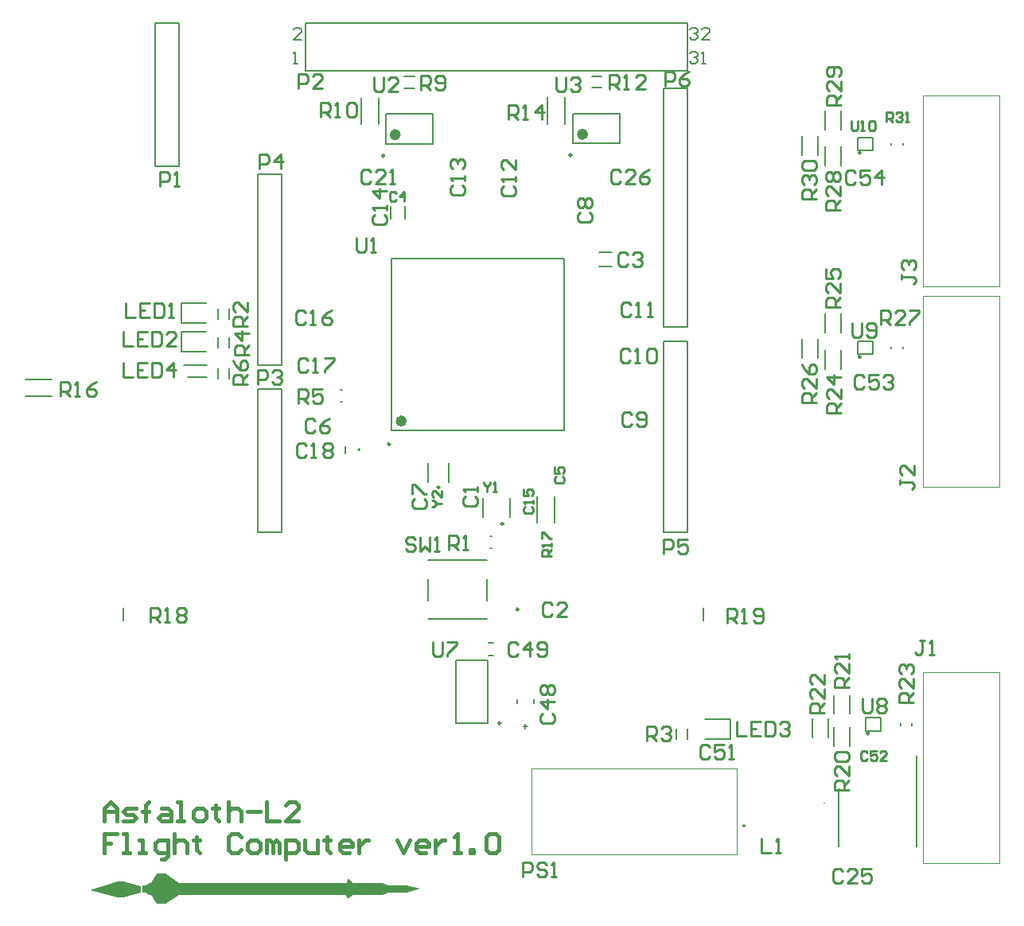
<source format=gto>
G04*
G04 #@! TF.GenerationSoftware,Altium Limited,Altium Designer,20.2.3 (150)*
G04*
G04 Layer_Color=65535*
%FSLAX25Y25*%
%MOIN*%
G70*
G04*
G04 #@! TF.SameCoordinates,12439D86-AE7D-45F5-80DB-552B17048F2A*
G04*
G04*
G04 #@! TF.FilePolarity,Positive*
G04*
G01*
G75*
%ADD10C,0.00984*%
%ADD11C,0.00787*%
%ADD12C,0.00394*%
%ADD13C,0.02362*%
%ADD14C,0.01500*%
%ADD15C,0.01000*%
%ADD16C,0.00800*%
G36*
X65350Y35700D02*
Y38300D01*
X58050Y40300D01*
X55650D01*
X44150Y36500D01*
X55650Y33500D01*
X58050D01*
X65350Y35700D01*
D02*
G37*
G36*
X182300Y37100D02*
X176900Y38600D01*
X169200D01*
X166700Y39500D01*
X154300D01*
X152700Y41100D01*
X152000D01*
X151644Y39500D01*
X81300D01*
X75800Y43500D01*
X72000D01*
X69900Y39500D01*
X69200D01*
X67600Y38500D01*
X66000D01*
X66000Y35600D01*
X67600D01*
X69200Y34700D01*
X69900D01*
X72000Y30800D01*
X75800D01*
X81300Y34700D01*
X151600D01*
X151900Y33200D01*
X152500D01*
X154300Y34700D01*
X166700D01*
X169200Y35600D01*
X176900D01*
X182300Y37100D01*
D02*
G37*
D10*
X216206Y106614D02*
G03*
X216206Y106614I-492J0D01*
G01*
X367117Y260107D02*
G03*
X367117Y260107I-492J0D01*
G01*
X370443Y102307D02*
G03*
X370443Y102307I-492J0D01*
G01*
X367117Y345607D02*
G03*
X367117Y345607I-492J0D01*
G01*
X217317Y190063D02*
G03*
X217317Y190063I-492J0D01*
G01*
X245947Y344578D02*
G03*
X245947Y344578I-492J0D01*
G01*
X169903Y223500D02*
G03*
X169903Y223500I-492J0D01*
G01*
X167447Y344378D02*
G03*
X167447Y344378I-492J0D01*
G01*
X190592Y205398D02*
G03*
X190592Y205398I-492J0D01*
G01*
X223691Y154232D02*
G03*
X223691Y154232I-492J0D01*
G01*
D11*
X318124Y64000D02*
G03*
X318124Y63213I0J-394D01*
G01*
D02*
G03*
X318124Y64000I0J394D01*
G01*
X156905Y221493D02*
G03*
X156905Y220706I0J-394D01*
G01*
D02*
G03*
X156905Y221493I0J394D01*
G01*
X134400Y380000D02*
X294400D01*
X134400Y400000D02*
X294400D01*
X134400Y380000D02*
Y400000D01*
X294400Y380000D02*
Y400000D01*
X352153Y355139D02*
Y363061D01*
X358846Y355139D02*
Y363061D01*
X384661Y348806D02*
Y349594D01*
X379739Y348806D02*
Y349594D01*
X384861Y263406D02*
Y264194D01*
X379939Y263406D02*
Y264194D01*
X388561Y105638D02*
Y106425D01*
X383639Y105638D02*
Y106425D01*
X225616Y105185D02*
X227584D01*
X226600Y104201D02*
Y106169D01*
X223057Y114732D02*
Y116504D01*
X230143Y114732D02*
Y116504D01*
X197407Y132795D02*
X210793D01*
X197407Y106417D02*
X210793D01*
X197407D02*
Y132795D01*
X210793Y106417D02*
Y132795D01*
X352153Y340339D02*
Y348261D01*
X358846Y340339D02*
Y348261D01*
X342553Y344539D02*
Y352461D01*
X349247Y344539D02*
Y352461D01*
X365750Y261068D02*
X372225D01*
Y266532D01*
X365750D02*
X372225D01*
X365750Y261068D02*
Y266532D01*
X352153Y270339D02*
Y278261D01*
X358846Y270339D02*
Y278261D01*
X342553Y259539D02*
Y267461D01*
X349247Y259539D02*
Y267461D01*
X352153Y254839D02*
Y262761D01*
X358846Y254839D02*
Y262761D01*
X357761Y54768D02*
Y79276D01*
X390439Y54768D02*
Y92957D01*
X294561Y99951D02*
Y104085D01*
X289639Y99951D02*
Y104085D01*
X355753Y110439D02*
Y118361D01*
X362446Y110439D02*
Y118361D01*
X346754Y100539D02*
Y108461D01*
X353447Y100539D02*
Y108461D01*
X355753Y97039D02*
Y104961D01*
X362446Y97039D02*
Y104961D01*
X301860Y99866D02*
X312490D01*
Y108134D01*
X301860D02*
X312490D01*
X369075Y103268D02*
X375550D01*
Y108732D01*
X369075D02*
X375550D01*
X369075Y103268D02*
Y108732D01*
X365750Y346568D02*
X372225D01*
Y352032D01*
X365750D02*
X372225D01*
X365750Y346568D02*
Y352032D01*
X219994Y192886D02*
Y200957D01*
X208852Y192917D02*
Y200988D01*
X211814Y184961D02*
X212386D01*
X211814Y180039D02*
X212386D01*
X58100Y149544D02*
Y155056D01*
X301196Y149443D02*
Y154955D01*
X211214Y140256D02*
X212986D01*
X211214Y134744D02*
X212986D01*
X266243Y349401D02*
Y361999D01*
X246557Y349401D02*
Y361999D01*
X266243D01*
X246557Y349401D02*
X266243D01*
X235833Y357664D02*
Y368736D01*
X242967Y357664D02*
Y368736D01*
X254333Y372739D02*
X258467D01*
X254333Y377661D02*
X258467D01*
X124600Y256500D02*
Y336500D01*
X114600D02*
X124600D01*
X114600Y256500D02*
Y336500D01*
Y256500D02*
X124600D01*
X242639Y229209D02*
X242639Y301256D01*
X170592Y229209D02*
Y301256D01*
X242639D01*
X170592Y229209D02*
X242639Y229209D01*
X238667Y190564D02*
Y201636D01*
X231533Y190564D02*
Y201636D01*
X97639Y250933D02*
Y255067D01*
X102561Y250933D02*
Y255067D01*
X97639Y263933D02*
Y268067D01*
X102561Y263933D02*
Y268067D01*
X97639Y275933D02*
Y280067D01*
X102561Y275933D02*
Y280067D01*
X71600Y340000D02*
Y400000D01*
X81600Y340000D02*
Y400000D01*
X71600D02*
X81600D01*
X71600Y340000D02*
X81600D01*
X149214Y241239D02*
X149786D01*
X149214Y246161D02*
X149786D01*
X150999Y219524D02*
Y222674D01*
X85163Y251539D02*
X93037D01*
X83588Y256461D02*
X93037D01*
X82308Y262132D02*
X92938D01*
X82308D02*
Y270399D01*
X92938D01*
X82308Y274131D02*
X92938D01*
X82308D02*
Y282399D01*
X92938D01*
X284600Y372500D02*
X294600D01*
Y272500D02*
Y372500D01*
X284600Y272500D02*
X294600D01*
X284600D02*
Y280000D01*
Y372500D01*
X175833Y377461D02*
X179967D01*
X175833Y372539D02*
X179967D01*
X168058Y349201D02*
X187742D01*
X168058Y361799D02*
X187742D01*
X168058Y349201D02*
Y361799D01*
X187742Y349201D02*
Y361799D01*
X164967Y357464D02*
Y368536D01*
X157833Y357464D02*
Y368536D01*
X176053Y317732D02*
Y323268D01*
X170147Y317732D02*
Y323268D01*
X284600Y186500D02*
Y266500D01*
Y186500D02*
X294600D01*
Y266500D01*
X284600D02*
X294600D01*
X17064Y243433D02*
X28136D01*
X17064Y250567D02*
X28136D01*
X185868Y207465D02*
Y215535D01*
X194332Y207465D02*
Y215535D01*
X257300Y298047D02*
X262837D01*
X257300Y303953D02*
X262837D01*
X114600Y186500D02*
X124600D01*
X114600Y246500D02*
X124600D01*
Y186500D02*
Y246500D01*
X114600Y186500D02*
Y246500D01*
X185698Y174902D02*
X210502D01*
X185698Y157795D02*
Y167047D01*
Y150098D02*
X210502D01*
Y157795D02*
Y167047D01*
D12*
X351698Y73000D02*
G03*
X352092Y73000I197J0D01*
G01*
D02*
G03*
X351698Y73000I-197J0D01*
G01*
X392958Y289500D02*
X425242D01*
Y369500D01*
X392958D02*
X425242D01*
X392958Y289500D02*
Y369500D01*
Y205500D02*
X425242D01*
Y285500D01*
X392958D02*
X425242D01*
X392958Y205500D02*
Y285500D01*
X315013Y51402D02*
Y87622D01*
X229187D02*
X315013D01*
X229187Y51402D02*
Y87622D01*
Y51402D02*
X315013D01*
X392958Y48000D02*
X425242D01*
Y128000D01*
X392958D02*
X425242D01*
X392958Y48000D02*
Y128000D01*
D13*
X251676Y353338D02*
G03*
X251676Y353338I-1181J0D01*
G01*
X175710Y233146D02*
G03*
X175710Y233146I-1181J0D01*
G01*
X173176Y353138D02*
G03*
X173176Y353138I-1181J0D01*
G01*
D14*
X50100Y65563D02*
Y70894D01*
X52766Y73560D01*
X55432Y70894D01*
Y65563D01*
Y69561D01*
X50100D01*
X58097Y65563D02*
X62096D01*
X63429Y66896D01*
X62096Y68229D01*
X59430D01*
X58097Y69561D01*
X59430Y70894D01*
X63429D01*
X67428Y65563D02*
Y72227D01*
Y69561D01*
X66095D01*
X68761D01*
X67428D01*
Y72227D01*
X68761Y73560D01*
X74092Y70894D02*
X76758D01*
X78091Y69561D01*
Y65563D01*
X74092D01*
X72759Y66896D01*
X74092Y68229D01*
X78091D01*
X80757Y65563D02*
X83422D01*
X82090D01*
Y73560D01*
X80757D01*
X88754Y65563D02*
X91420D01*
X92753Y66896D01*
Y69561D01*
X91420Y70894D01*
X88754D01*
X87421Y69561D01*
Y66896D01*
X88754Y65563D01*
X96752Y72227D02*
Y70894D01*
X95419D01*
X98084D01*
X96752D01*
Y66896D01*
X98084Y65563D01*
X102083Y73560D02*
Y65563D01*
Y69561D01*
X103416Y70894D01*
X106082D01*
X107415Y69561D01*
Y65563D01*
X110081Y69561D02*
X115412D01*
X118078Y73560D02*
Y65563D01*
X123410D01*
X131407D02*
X126075D01*
X131407Y70894D01*
Y72227D01*
X130074Y73560D01*
X127408D01*
X126075Y72227D01*
X55432Y60363D02*
X50100D01*
Y56365D01*
X52766D01*
X50100D01*
Y52366D01*
X58097D02*
X60763D01*
X59430D01*
Y60363D01*
X58097D01*
X64762Y52366D02*
X67428D01*
X66095D01*
Y57697D01*
X64762D01*
X74092Y49700D02*
X75425D01*
X76758Y51033D01*
Y57697D01*
X72759D01*
X71426Y56365D01*
Y53699D01*
X72759Y52366D01*
X76758D01*
X79424Y60363D02*
Y52366D01*
Y56365D01*
X80757Y57697D01*
X83423D01*
X84755Y56365D01*
Y52366D01*
X88754Y59030D02*
Y57697D01*
X87421D01*
X90087D01*
X88754D01*
Y53699D01*
X90087Y52366D01*
X107415Y59030D02*
X106082Y60363D01*
X103416D01*
X102083Y59030D01*
Y53699D01*
X103416Y52366D01*
X106082D01*
X107415Y53699D01*
X111414Y52366D02*
X114079D01*
X115412Y53699D01*
Y56365D01*
X114079Y57697D01*
X111414D01*
X110081Y56365D01*
Y53699D01*
X111414Y52366D01*
X118078D02*
Y57697D01*
X119411D01*
X120744Y56365D01*
Y52366D01*
Y56365D01*
X122077Y57697D01*
X123410Y56365D01*
Y52366D01*
X126075Y49700D02*
Y57697D01*
X130074D01*
X131407Y56365D01*
Y53699D01*
X130074Y52366D01*
X126075D01*
X134073Y57697D02*
Y53699D01*
X135406Y52366D01*
X139404D01*
Y57697D01*
X143403Y59030D02*
Y57697D01*
X142070D01*
X144736D01*
X143403D01*
Y53699D01*
X144736Y52366D01*
X152733D02*
X150068D01*
X148735Y53699D01*
Y56365D01*
X150068Y57697D01*
X152733D01*
X154066Y56365D01*
Y55032D01*
X148735D01*
X156732Y57697D02*
Y52366D01*
Y55032D01*
X158065Y56365D01*
X159398Y57697D01*
X160731D01*
X172727D02*
X175393Y52366D01*
X178059Y57697D01*
X184723Y52366D02*
X182057D01*
X180724Y53699D01*
Y56365D01*
X182057Y57697D01*
X184723D01*
X186056Y56365D01*
Y55032D01*
X180724D01*
X188722Y57697D02*
Y52366D01*
Y55032D01*
X190055Y56365D01*
X191388Y57697D01*
X192720D01*
X196719Y52366D02*
X199385D01*
X198052D01*
Y60363D01*
X196719Y59030D01*
X203384Y52366D02*
Y53699D01*
X204717D01*
Y52366D01*
X203384D01*
X210048Y59030D02*
X211381Y60363D01*
X214047D01*
X215380Y59030D01*
Y53699D01*
X214047Y52366D01*
X211381D01*
X210048Y53699D01*
Y59030D01*
D15*
X140902Y360501D02*
Y366499D01*
X143902D01*
X144901Y365499D01*
Y363500D01*
X143902Y362500D01*
X140902D01*
X142902D02*
X144901Y360501D01*
X146900D02*
X148900D01*
X147900D01*
Y366499D01*
X146900Y365499D01*
X151899D02*
X152899Y366499D01*
X154898D01*
X155898Y365499D01*
Y361501D01*
X154898Y360501D01*
X152899D01*
X151899Y361501D01*
Y365499D01*
X131502Y372401D02*
Y378399D01*
X134501D01*
X135500Y377399D01*
Y375400D01*
X134501Y374400D01*
X131502D01*
X141498Y372401D02*
X137500D01*
X141498Y376400D01*
Y377399D01*
X140499Y378399D01*
X138499D01*
X137500Y377399D01*
X358699Y365503D02*
X352701D01*
Y368502D01*
X353701Y369501D01*
X355700D01*
X356700Y368502D01*
Y365503D01*
Y367502D02*
X358699Y369501D01*
Y375499D02*
Y371501D01*
X354700Y375499D01*
X353701D01*
X352701Y374500D01*
Y372500D01*
X353701Y371501D01*
X357699Y377499D02*
X358699Y378498D01*
Y380498D01*
X357699Y381497D01*
X353701D01*
X352701Y380498D01*
Y378498D01*
X353701Y377499D01*
X354700D01*
X355700Y378498D01*
Y381497D01*
X377735Y358701D02*
Y362699D01*
X379734D01*
X380401Y362033D01*
Y360700D01*
X379734Y360034D01*
X377735D01*
X379068D02*
X380401Y358701D01*
X381734Y362033D02*
X382400Y362699D01*
X383733D01*
X384399Y362033D01*
Y361366D01*
X383733Y360700D01*
X383066D01*
X383733D01*
X384399Y360034D01*
Y359367D01*
X383733Y358701D01*
X382400D01*
X381734Y359367D01*
X385732Y358701D02*
X387065D01*
X386399D01*
Y362699D01*
X385732Y362033D01*
X384201Y294500D02*
Y292501D01*
Y293501D01*
X389199D01*
X390199Y292501D01*
Y291501D01*
X389199Y290502D01*
X385201Y296500D02*
X384201Y297499D01*
Y299499D01*
X385201Y300498D01*
X386200D01*
X387200Y299499D01*
Y298499D01*
Y299499D01*
X388200Y300498D01*
X389199D01*
X390199Y299499D01*
Y297499D01*
X389199Y296500D01*
X383601Y208700D02*
Y206701D01*
Y207701D01*
X388599D01*
X389599Y206701D01*
Y205701D01*
X388599Y204702D01*
X389599Y214698D02*
Y210700D01*
X385600Y214698D01*
X384601D01*
X383601Y213699D01*
Y211699D01*
X384601Y210700D01*
X375403Y273601D02*
Y279599D01*
X378402D01*
X379401Y278599D01*
Y276600D01*
X378402Y275600D01*
X375403D01*
X377402D02*
X379401Y273601D01*
X385399D02*
X381401D01*
X385399Y277600D01*
Y278599D01*
X384400Y279599D01*
X382400D01*
X381401Y278599D01*
X387399Y279599D02*
X391397D01*
Y278599D01*
X387399Y274601D01*
Y273601D01*
X368301Y251699D02*
X367302Y252699D01*
X365302D01*
X364303Y251699D01*
Y247701D01*
X365302Y246701D01*
X367302D01*
X368301Y247701D01*
X374299Y252699D02*
X370301D01*
Y249700D01*
X372300Y250700D01*
X373300D01*
X374299Y249700D01*
Y247701D01*
X373300Y246701D01*
X371300D01*
X370301Y247701D01*
X376299Y251699D02*
X377298Y252699D01*
X379298D01*
X380297Y251699D01*
Y250700D01*
X379298Y249700D01*
X378298D01*
X379298D01*
X380297Y248700D01*
Y247701D01*
X379298Y246701D01*
X377298D01*
X376299Y247701D01*
X388999Y115203D02*
X383001D01*
Y118202D01*
X384001Y119201D01*
X386000D01*
X387000Y118202D01*
Y115203D01*
Y117202D02*
X388999Y119201D01*
Y125199D02*
Y121201D01*
X385000Y125199D01*
X384001D01*
X383001Y124200D01*
Y122200D01*
X384001Y121201D01*
Y127199D02*
X383001Y128198D01*
Y130198D01*
X384001Y131197D01*
X385000D01*
X386000Y130198D01*
Y129198D01*
Y130198D01*
X387000Y131197D01*
X387999D01*
X388999Y130198D01*
Y128198D01*
X387999Y127199D01*
X362099Y78503D02*
X356101D01*
Y81502D01*
X357101Y82501D01*
X359100D01*
X360100Y81502D01*
Y78503D01*
Y80502D02*
X362099Y82501D01*
Y88499D02*
Y84501D01*
X358100Y88499D01*
X357101D01*
X356101Y87500D01*
Y85500D01*
X357101Y84501D01*
Y90499D02*
X356101Y91498D01*
Y93498D01*
X357101Y94497D01*
X361099D01*
X362099Y93498D01*
Y91498D01*
X361099Y90499D01*
X357101D01*
X233701Y110401D02*
X232701Y109402D01*
Y107402D01*
X233701Y106403D01*
X237699D01*
X238699Y107402D01*
Y109402D01*
X237699Y110401D01*
X238699Y115400D02*
X232701D01*
X235700Y112401D01*
Y116399D01*
X233701Y118399D02*
X232701Y119398D01*
Y121398D01*
X233701Y122397D01*
X234700D01*
X235700Y121398D01*
X236700Y122397D01*
X237699D01*
X238699Y121398D01*
Y119398D01*
X237699Y118399D01*
X236700D01*
X235700Y119398D01*
X234700Y118399D01*
X233701D01*
X235700Y119398D02*
Y121398D01*
X187802Y140499D02*
Y135501D01*
X188801Y134501D01*
X190801D01*
X191800Y135501D01*
Y140499D01*
X193800D02*
X197798D01*
Y139499D01*
X193800Y135501D01*
Y134501D01*
X358399Y321703D02*
X352401D01*
Y324702D01*
X353401Y325701D01*
X355400D01*
X356400Y324702D01*
Y321703D01*
Y323702D02*
X358399Y325701D01*
Y331699D02*
Y327701D01*
X354400Y331699D01*
X353401D01*
X352401Y330700D01*
Y328700D01*
X353401Y327701D01*
Y333699D02*
X352401Y334698D01*
Y336698D01*
X353401Y337697D01*
X354400D01*
X355400Y336698D01*
X356400Y337697D01*
X357399D01*
X358399Y336698D01*
Y334698D01*
X357399Y333699D01*
X356400D01*
X355400Y334698D01*
X354400Y333699D01*
X353401D01*
X355400Y334698D02*
Y336698D01*
X348599Y326303D02*
X342601D01*
Y329302D01*
X343601Y330301D01*
X345600D01*
X346600Y329302D01*
Y326303D01*
Y328302D02*
X348599Y330301D01*
X343601Y332301D02*
X342601Y333300D01*
Y335300D01*
X343601Y336299D01*
X344600D01*
X345600Y335300D01*
Y334300D01*
Y335300D01*
X346600Y336299D01*
X347599D01*
X348599Y335300D01*
Y333300D01*
X347599Y332301D01*
X343601Y338299D02*
X342601Y339298D01*
Y341298D01*
X343601Y342297D01*
X347599D01*
X348599Y341298D01*
Y339298D01*
X347599Y338299D01*
X343601D01*
X362199Y121502D02*
X356201D01*
Y124501D01*
X357201Y125501D01*
X359200D01*
X360200Y124501D01*
Y121502D01*
Y123502D02*
X362199Y125501D01*
Y131499D02*
Y127500D01*
X358200Y131499D01*
X357201D01*
X356201Y130499D01*
Y128500D01*
X357201Y127500D01*
X362199Y133498D02*
Y135498D01*
Y134498D01*
X356201D01*
X357201Y133498D01*
X369834Y94233D02*
X369168Y94899D01*
X367835D01*
X367168Y94233D01*
Y91567D01*
X367835Y90901D01*
X369168D01*
X369834Y91567D01*
X373833Y94899D02*
X371167D01*
Y92900D01*
X372500Y93566D01*
X373166D01*
X373833Y92900D01*
Y91567D01*
X373166Y90901D01*
X371834D01*
X371167Y91567D01*
X377832Y90901D02*
X375166D01*
X377832Y93566D01*
Y94233D01*
X377165Y94899D01*
X375832D01*
X375166Y94233D01*
X225402Y42201D02*
Y48199D01*
X228401D01*
X229401Y47199D01*
Y45200D01*
X228401Y44200D01*
X225402D01*
X235399Y47199D02*
X234399Y48199D01*
X232400D01*
X231400Y47199D01*
Y46200D01*
X232400Y45200D01*
X234399D01*
X235399Y44200D01*
Y43201D01*
X234399Y42201D01*
X232400D01*
X231400Y43201D01*
X237398Y42201D02*
X239398D01*
X238398D01*
Y48199D01*
X237398Y47199D01*
X363489Y274299D02*
Y269301D01*
X364489Y268301D01*
X366488D01*
X367488Y269301D01*
Y274299D01*
X369487Y269301D02*
X370487Y268301D01*
X372486D01*
X373486Y269301D01*
Y273299D01*
X372486Y274299D01*
X370487D01*
X369487Y273299D01*
Y272300D01*
X370487Y271300D01*
X373486D01*
X358299Y280803D02*
X352301D01*
Y283802D01*
X353301Y284801D01*
X355300D01*
X356300Y283802D01*
Y280803D01*
Y282802D02*
X358299Y284801D01*
Y290799D02*
Y286801D01*
X354300Y290799D01*
X353301D01*
X352301Y289800D01*
Y287800D01*
X353301Y286801D01*
X352301Y296797D02*
Y292799D01*
X355300D01*
X354300Y294798D01*
Y295798D01*
X355300Y296797D01*
X357299D01*
X358299Y295798D01*
Y293798D01*
X357299Y292799D01*
X348499Y240903D02*
X342501D01*
Y243902D01*
X343501Y244901D01*
X345500D01*
X346500Y243902D01*
Y240903D01*
Y242902D02*
X348499Y244901D01*
Y250899D02*
Y246901D01*
X344500Y250899D01*
X343501D01*
X342501Y249900D01*
Y247900D01*
X343501Y246901D01*
X342501Y256897D02*
X343501Y254898D01*
X345500Y252899D01*
X347499D01*
X348499Y253898D01*
Y255898D01*
X347499Y256897D01*
X346500D01*
X345500Y255898D01*
Y252899D01*
X358699Y236703D02*
X352701D01*
Y239702D01*
X353701Y240701D01*
X355700D01*
X356700Y239702D01*
Y236703D01*
Y238702D02*
X358699Y240701D01*
Y246699D02*
Y242701D01*
X354700Y246699D01*
X353701D01*
X352701Y245700D01*
Y243700D01*
X353701Y242701D01*
X358699Y251698D02*
X352701D01*
X355700Y248699D01*
Y252697D01*
X325501Y58099D02*
Y52101D01*
X329500D01*
X331499D02*
X333499D01*
X332499D01*
Y58099D01*
X331499Y57099D01*
X359601Y44499D02*
X358602Y45499D01*
X356602D01*
X355603Y44499D01*
Y40501D01*
X356602Y39501D01*
X358602D01*
X359601Y40501D01*
X365599Y39501D02*
X361601D01*
X365599Y43500D01*
Y44499D01*
X364600Y45499D01*
X362600D01*
X361601Y44499D01*
X371597Y45499D02*
X367599D01*
Y42500D01*
X369598Y43500D01*
X370598D01*
X371597Y42500D01*
Y40501D01*
X370598Y39501D01*
X368598D01*
X367599Y40501D01*
X277602Y99101D02*
Y105099D01*
X280601D01*
X281600Y104099D01*
Y102100D01*
X280601Y101100D01*
X277602D01*
X279601D02*
X281600Y99101D01*
X283600Y104099D02*
X284599Y105099D01*
X286599D01*
X287598Y104099D01*
Y103100D01*
X286599Y102100D01*
X285599D01*
X286599D01*
X287598Y101100D01*
Y100101D01*
X286599Y99101D01*
X284599D01*
X283600Y100101D01*
X351899Y110803D02*
X345901D01*
Y113802D01*
X346901Y114801D01*
X348900D01*
X349900Y113802D01*
Y110803D01*
Y112802D02*
X351899Y114801D01*
Y120799D02*
Y116801D01*
X347900Y120799D01*
X346901D01*
X345901Y119800D01*
Y117800D01*
X346901Y116801D01*
X351899Y126797D02*
Y122799D01*
X347900Y126797D01*
X346901D01*
X345901Y125798D01*
Y123798D01*
X346901Y122799D01*
X315204Y107099D02*
Y101101D01*
X319202D01*
X325200Y107099D02*
X321202D01*
Y101101D01*
X325200D01*
X321202Y104100D02*
X323201D01*
X327200Y107099D02*
Y101101D01*
X330199D01*
X331198Y102101D01*
Y106099D01*
X330199Y107099D01*
X327200D01*
X333198Y106099D02*
X334197Y107099D01*
X336197D01*
X337196Y106099D01*
Y105100D01*
X336197Y104100D01*
X335197D01*
X336197D01*
X337196Y103100D01*
Y102101D01*
X336197Y101101D01*
X334197D01*
X333198Y102101D01*
X367814Y116999D02*
Y112001D01*
X368814Y111001D01*
X370813D01*
X371813Y112001D01*
Y116999D01*
X373812Y115999D02*
X374812Y116999D01*
X376811D01*
X377811Y115999D01*
Y115000D01*
X376811Y114000D01*
X377811Y113000D01*
Y112001D01*
X376811Y111001D01*
X374812D01*
X373812Y112001D01*
Y113000D01*
X374812Y114000D01*
X373812Y115000D01*
Y115999D01*
X374812Y114000D02*
X376811D01*
X303701Y96499D02*
X302701Y97499D01*
X300702D01*
X299702Y96499D01*
Y92501D01*
X300702Y91501D01*
X302701D01*
X303701Y92501D01*
X309699Y97499D02*
X305700D01*
Y94500D01*
X307700Y95500D01*
X308699D01*
X309699Y94500D01*
Y92501D01*
X308699Y91501D01*
X306700D01*
X305700Y92501D01*
X311698Y91501D02*
X313698D01*
X312698D01*
Y97499D01*
X311698Y96499D01*
X393799Y141098D02*
X391799D01*
X392799D01*
Y136100D01*
X391799Y135100D01*
X390800D01*
X389800Y136100D01*
X395798Y135100D02*
X397797D01*
X396798D01*
Y141098D01*
X395798Y140098D01*
X363102Y358999D02*
Y355667D01*
X363768Y355001D01*
X365101D01*
X365767Y355667D01*
Y358999D01*
X367100Y355001D02*
X368433D01*
X367767D01*
Y358999D01*
X367100Y358333D01*
X370433D02*
X371099Y358999D01*
X372432D01*
X373098Y358333D01*
Y355667D01*
X372432Y355001D01*
X371099D01*
X370433Y355667D01*
Y358333D01*
X364701Y337199D02*
X363702Y338199D01*
X361702D01*
X360703Y337199D01*
Y333201D01*
X361702Y332201D01*
X363702D01*
X364701Y333201D01*
X370699Y338199D02*
X366701D01*
Y335200D01*
X368700Y336200D01*
X369700D01*
X370699Y335200D01*
Y333201D01*
X369700Y332201D01*
X367700D01*
X366701Y333201D01*
X375698Y332201D02*
Y338199D01*
X372699Y335200D01*
X376697D01*
X209076Y207568D02*
Y206912D01*
X210388Y205600D01*
X211700Y206912D01*
Y207568D01*
X210388Y205600D02*
Y203632D01*
X213012D02*
X214324D01*
X213668D01*
Y207568D01*
X213012Y206912D01*
X194601Y179301D02*
Y185299D01*
X197600D01*
X198600Y184299D01*
Y182300D01*
X197600Y181300D01*
X194601D01*
X196601D02*
X198600Y179301D01*
X200599D02*
X202599D01*
X201599D01*
Y185299D01*
X200599Y184299D01*
X311202Y148401D02*
Y154399D01*
X314201D01*
X315201Y153399D01*
Y151400D01*
X314201Y150400D01*
X311202D01*
X313202D02*
X315201Y148401D01*
X317200D02*
X319200D01*
X318200D01*
Y154399D01*
X317200Y153399D01*
X322199Y149401D02*
X323199Y148401D01*
X325198D01*
X326198Y149401D01*
Y153399D01*
X325198Y154399D01*
X323199D01*
X322199Y153399D01*
Y152400D01*
X323199Y151400D01*
X326198D01*
X69502Y148801D02*
Y154799D01*
X72501D01*
X73501Y153799D01*
Y151800D01*
X72501Y150800D01*
X69502D01*
X71502D02*
X73501Y148801D01*
X75501D02*
X77500D01*
X76500D01*
Y154799D01*
X75501Y153799D01*
X80499D02*
X81499Y154799D01*
X83498D01*
X84498Y153799D01*
Y152800D01*
X83498Y151800D01*
X84498Y150800D01*
Y149801D01*
X83498Y148801D01*
X81499D01*
X80499Y149801D01*
Y150800D01*
X81499Y151800D01*
X80499Y152800D01*
Y153799D01*
X81499Y151800D02*
X83498D01*
X261902Y372201D02*
Y378199D01*
X264901D01*
X265901Y377199D01*
Y375200D01*
X264901Y374200D01*
X261902D01*
X263902D02*
X265901Y372201D01*
X267900D02*
X269900D01*
X268900D01*
Y378199D01*
X267900Y377199D01*
X276898Y372201D02*
X272899D01*
X276898Y376200D01*
Y377199D01*
X275898Y378199D01*
X273899D01*
X272899Y377199D01*
X239502Y377299D02*
Y372301D01*
X240501Y371301D01*
X242501D01*
X243500Y372301D01*
Y377299D01*
X245500Y376299D02*
X246499Y377299D01*
X248499D01*
X249498Y376299D01*
Y375300D01*
X248499Y374300D01*
X247499D01*
X248499D01*
X249498Y373300D01*
Y372301D01*
X248499Y371301D01*
X246499D01*
X245500Y372301D01*
X163202Y377199D02*
Y372201D01*
X164201Y371201D01*
X166201D01*
X167200Y372201D01*
Y377199D01*
X173198Y371201D02*
X169200D01*
X173198Y375200D01*
Y376199D01*
X172199Y377199D01*
X170199D01*
X169200Y376199D01*
X237399Y176402D02*
X233401D01*
Y178401D01*
X234067Y179067D01*
X235400D01*
X236066Y178401D01*
Y176402D01*
Y177734D02*
X237399Y179067D01*
Y180400D02*
Y181733D01*
Y181067D01*
X233401D01*
X234067Y180400D01*
X233401Y183733D02*
Y186398D01*
X234067D01*
X236733Y183733D01*
X237399D01*
X31902Y243701D02*
Y249699D01*
X34901D01*
X35901Y248699D01*
Y246700D01*
X34901Y245700D01*
X31902D01*
X33902D02*
X35901Y243701D01*
X37901D02*
X39900D01*
X38900D01*
Y249699D01*
X37901Y248699D01*
X46898Y249699D02*
X44898Y248699D01*
X42899Y246700D01*
Y244701D01*
X43899Y243701D01*
X45898D01*
X46898Y244701D01*
Y245700D01*
X45898Y246700D01*
X42899D01*
X223401Y139599D02*
X222402Y140599D01*
X220402D01*
X219403Y139599D01*
Y135601D01*
X220402Y134601D01*
X222402D01*
X223401Y135601D01*
X228400Y134601D02*
Y140599D01*
X225401Y137600D01*
X229399D01*
X231399Y135601D02*
X232398Y134601D01*
X234398D01*
X235397Y135601D01*
Y139599D01*
X234398Y140599D01*
X232398D01*
X231399Y139599D01*
Y138600D01*
X232398Y137600D01*
X235397D01*
X187401Y197268D02*
X188067D01*
X189400Y198601D01*
X188067Y199934D01*
X187401D01*
X189400Y198601D02*
X191399D01*
Y203932D02*
Y201267D01*
X188733Y203932D01*
X188067D01*
X187401Y203266D01*
Y201933D01*
X188067Y201267D01*
X155901Y309799D02*
Y304801D01*
X156901Y303801D01*
X158900D01*
X159900Y304801D01*
Y309799D01*
X161899Y303801D02*
X163899D01*
X162899D01*
Y309799D01*
X161899Y308799D01*
X180299Y183698D02*
X179299Y184698D01*
X177300D01*
X176300Y183698D01*
Y182699D01*
X177300Y181699D01*
X179299D01*
X180299Y180699D01*
Y179700D01*
X179299Y178700D01*
X177300D01*
X176300Y179700D01*
X182298Y184698D02*
Y178700D01*
X184297Y180699D01*
X186297Y178700D01*
Y184698D01*
X188296Y178700D02*
X190296D01*
X189296D01*
Y184698D01*
X188296Y183698D01*
X219402Y359701D02*
Y365699D01*
X222401D01*
X223401Y364699D01*
Y362700D01*
X222401Y361700D01*
X219402D01*
X221402D02*
X223401Y359701D01*
X225400D02*
X227400D01*
X226400D01*
Y365699D01*
X225400Y364699D01*
X233398Y359701D02*
Y365699D01*
X230399Y362700D01*
X234398D01*
X182902Y372001D02*
Y377999D01*
X185901D01*
X186900Y376999D01*
Y375000D01*
X185901Y374000D01*
X182902D01*
X184901D02*
X186900Y372001D01*
X188900Y373001D02*
X189899Y372001D01*
X191899D01*
X192898Y373001D01*
Y376999D01*
X191899Y377999D01*
X189899D01*
X188900Y376999D01*
Y376000D01*
X189899Y375000D01*
X192898D01*
X110099Y248402D02*
X104101D01*
Y251401D01*
X105101Y252400D01*
X107100D01*
X108100Y251401D01*
Y248402D01*
Y250401D02*
X110099Y252400D01*
X104101Y258398D02*
X105101Y256399D01*
X107100Y254400D01*
X109099D01*
X110099Y255399D01*
Y257399D01*
X109099Y258398D01*
X108100D01*
X107100Y257399D01*
Y254400D01*
X131302Y240701D02*
Y246699D01*
X134301D01*
X135300Y245699D01*
Y243700D01*
X134301Y242700D01*
X131302D01*
X133301D02*
X135300Y240701D01*
X141298Y246699D02*
X137300D01*
Y243700D01*
X139299Y244700D01*
X140299D01*
X141298Y243700D01*
Y241701D01*
X140299Y240701D01*
X138299D01*
X137300Y241701D01*
X110699Y260802D02*
X104701D01*
Y263801D01*
X105701Y264800D01*
X107700D01*
X108700Y263801D01*
Y260802D01*
Y262801D02*
X110699Y264800D01*
Y269799D02*
X104701D01*
X107700Y266800D01*
Y270798D01*
X110099Y272902D02*
X104101D01*
Y275901D01*
X105101Y276900D01*
X107100D01*
X108100Y275901D01*
Y272902D01*
Y274901D02*
X110099Y276900D01*
Y282898D02*
Y278900D01*
X106100Y282898D01*
X105101D01*
X104101Y281899D01*
Y279899D01*
X105101Y278900D01*
X285102Y373501D02*
Y379499D01*
X288101D01*
X289100Y378499D01*
Y376500D01*
X288101Y375500D01*
X285102D01*
X295098Y379499D02*
X293099Y378499D01*
X291100Y376500D01*
Y374501D01*
X292099Y373501D01*
X294099D01*
X295098Y374501D01*
Y375500D01*
X294099Y376500D01*
X291100D01*
X284602Y177501D02*
Y183499D01*
X287601D01*
X288600Y182499D01*
Y180500D01*
X287601Y179500D01*
X284602D01*
X294598Y183499D02*
X290600D01*
Y180500D01*
X292599Y181500D01*
X293599D01*
X294598Y180500D01*
Y178501D01*
X293599Y177501D01*
X291599D01*
X290600Y178501D01*
X115102Y339001D02*
Y344999D01*
X118101D01*
X119100Y343999D01*
Y342000D01*
X118101Y341000D01*
X115102D01*
X124099Y339001D02*
Y344999D01*
X121100Y342000D01*
X125098D01*
X114602Y248501D02*
Y254499D01*
X117601D01*
X118600Y253499D01*
Y251500D01*
X117601Y250500D01*
X114602D01*
X120600Y253499D02*
X121599Y254499D01*
X123599D01*
X124598Y253499D01*
Y252500D01*
X123599Y251500D01*
X122599D01*
X123599D01*
X124598Y250500D01*
Y249501D01*
X123599Y248501D01*
X121599D01*
X120600Y249501D01*
X73601Y331501D02*
Y337499D01*
X76600D01*
X77600Y336499D01*
Y334500D01*
X76600Y333500D01*
X73601D01*
X79599Y331501D02*
X81599D01*
X80599D01*
Y337499D01*
X79599Y336499D01*
X58104Y257499D02*
Y251501D01*
X62102D01*
X68100Y257499D02*
X64102D01*
Y251501D01*
X68100D01*
X64102Y254500D02*
X66101D01*
X70100Y257499D02*
Y251501D01*
X73099D01*
X74098Y252501D01*
Y256499D01*
X73099Y257499D01*
X70100D01*
X79097Y251501D02*
Y257499D01*
X76098Y254500D01*
X80097D01*
X58104Y270499D02*
Y264501D01*
X62102D01*
X68100Y270499D02*
X64102D01*
Y264501D01*
X68100D01*
X64102Y267500D02*
X66101D01*
X70100Y270499D02*
Y264501D01*
X73099D01*
X74098Y265501D01*
Y269499D01*
X73099Y270499D01*
X70100D01*
X80097Y264501D02*
X76098D01*
X80097Y268500D01*
Y269499D01*
X79097Y270499D01*
X77097D01*
X76098Y269499D01*
X59103Y282499D02*
Y276501D01*
X63102D01*
X69100Y282499D02*
X65101D01*
Y276501D01*
X69100D01*
X65101Y279500D02*
X67101D01*
X71099Y282499D02*
Y276501D01*
X74098D01*
X75098Y277501D01*
Y281499D01*
X74098Y282499D01*
X71099D01*
X77097Y276501D02*
X79097D01*
X78097D01*
Y282499D01*
X77097Y281499D01*
X266357Y337699D02*
X265357Y338699D01*
X263358D01*
X262358Y337699D01*
Y333701D01*
X263358Y332701D01*
X265357D01*
X266357Y333701D01*
X272355Y332701D02*
X268357D01*
X272355Y336700D01*
Y337699D01*
X271356Y338699D01*
X269356D01*
X268357Y337699D01*
X278353Y338699D02*
X276354Y337699D01*
X274355Y335700D01*
Y333701D01*
X275354Y332701D01*
X277354D01*
X278353Y333701D01*
Y334700D01*
X277354Y335700D01*
X274355D01*
X161657Y337499D02*
X160657Y338499D01*
X158658D01*
X157658Y337499D01*
Y333501D01*
X158658Y332501D01*
X160657D01*
X161657Y333501D01*
X167655Y332501D02*
X163656D01*
X167655Y336500D01*
Y337499D01*
X166655Y338499D01*
X164656D01*
X163656Y337499D01*
X169654Y332501D02*
X171654D01*
X170654D01*
Y338499D01*
X169654Y337499D01*
X134901Y222999D02*
X133902Y223999D01*
X131902D01*
X130902Y222999D01*
Y219001D01*
X131902Y218001D01*
X133902D01*
X134901Y219001D01*
X136900Y218001D02*
X138900D01*
X137900D01*
Y223999D01*
X136900Y222999D01*
X141899D02*
X142899Y223999D01*
X144898D01*
X145898Y222999D01*
Y222000D01*
X144898Y221000D01*
X145898Y220000D01*
Y219001D01*
X144898Y218001D01*
X142899D01*
X141899Y219001D01*
Y220000D01*
X142899Y221000D01*
X141899Y222000D01*
Y222999D01*
X142899Y221000D02*
X144898D01*
X135601Y258499D02*
X134601Y259499D01*
X132602D01*
X131602Y258499D01*
Y254501D01*
X132602Y253501D01*
X134601D01*
X135601Y254501D01*
X137601Y253501D02*
X139600D01*
X138600D01*
Y259499D01*
X137601Y258499D01*
X142599Y259499D02*
X146598D01*
Y258499D01*
X142599Y254501D01*
Y253501D01*
X134601Y278499D02*
X133601Y279499D01*
X131602D01*
X130602Y278499D01*
Y274501D01*
X131602Y273501D01*
X133601D01*
X134601Y274501D01*
X136600Y273501D02*
X138600D01*
X137600D01*
Y279499D01*
X136600Y278499D01*
X145598Y279499D02*
X143598Y278499D01*
X141599Y276500D01*
Y274501D01*
X142599Y273501D01*
X144598D01*
X145598Y274501D01*
Y275500D01*
X144598Y276500D01*
X141599D01*
X226567Y197367D02*
X225901Y196701D01*
Y195368D01*
X226567Y194702D01*
X229233D01*
X229899Y195368D01*
Y196701D01*
X229233Y197367D01*
X229899Y198700D02*
Y200033D01*
Y199367D01*
X225901D01*
X226567Y198700D01*
X225901Y204698D02*
Y202033D01*
X227900D01*
X227234Y203365D01*
Y204032D01*
X227900Y204698D01*
X229233D01*
X229899Y204032D01*
Y202699D01*
X229233Y202033D01*
X163601Y319401D02*
X162601Y318402D01*
Y316402D01*
X163601Y315402D01*
X167599D01*
X168599Y316402D01*
Y318402D01*
X167599Y319401D01*
X168599Y321400D02*
Y323400D01*
Y322400D01*
X162601D01*
X163601Y321400D01*
X168599Y329398D02*
X162601D01*
X165600Y326399D01*
Y330398D01*
X196201Y331901D02*
X195201Y330902D01*
Y328902D01*
X196201Y327902D01*
X200199D01*
X201199Y328902D01*
Y330902D01*
X200199Y331901D01*
X201199Y333900D02*
Y335900D01*
Y334900D01*
X195201D01*
X196201Y333900D01*
Y338899D02*
X195201Y339898D01*
Y341898D01*
X196201Y342898D01*
X197200D01*
X198200Y341898D01*
Y340898D01*
Y341898D01*
X199200Y342898D01*
X200199D01*
X201199Y341898D01*
Y339898D01*
X200199Y338899D01*
X217501Y331401D02*
X216501Y330401D01*
Y328402D01*
X217501Y327402D01*
X221499D01*
X222499Y328402D01*
Y330401D01*
X221499Y331401D01*
X222499Y333401D02*
Y335400D01*
Y334400D01*
X216501D01*
X217501Y333401D01*
X222499Y342398D02*
Y338399D01*
X218500Y342398D01*
X217501D01*
X216501Y341398D01*
Y339399D01*
X217501Y338399D01*
X270845Y281999D02*
X269845Y282999D01*
X267846D01*
X266846Y281999D01*
Y278001D01*
X267846Y277001D01*
X269845D01*
X270845Y278001D01*
X272844Y277001D02*
X274844D01*
X273844D01*
Y282999D01*
X272844Y281999D01*
X277843Y277001D02*
X279842D01*
X278842D01*
Y282999D01*
X277843Y281999D01*
X270601Y262499D02*
X269601Y263499D01*
X267602D01*
X266602Y262499D01*
Y258501D01*
X267602Y257501D01*
X269601D01*
X270601Y258501D01*
X272601Y257501D02*
X274600D01*
X273600D01*
Y263499D01*
X272601Y262499D01*
X277599D02*
X278598Y263499D01*
X280598D01*
X281598Y262499D01*
Y258501D01*
X280598Y257501D01*
X278598D01*
X277599Y258501D01*
Y262499D01*
X271244Y235799D02*
X270245Y236799D01*
X268245D01*
X267246Y235799D01*
Y231801D01*
X268245Y230801D01*
X270245D01*
X271244Y231801D01*
X273244D02*
X274243Y230801D01*
X276243D01*
X277242Y231801D01*
Y235799D01*
X276243Y236799D01*
X274243D01*
X273244Y235799D01*
Y234800D01*
X274243Y233800D01*
X277242D01*
X249601Y320600D02*
X248601Y319601D01*
Y317601D01*
X249601Y316602D01*
X253599D01*
X254599Y317601D01*
Y319601D01*
X253599Y320600D01*
X249601Y322600D02*
X248601Y323599D01*
Y325599D01*
X249601Y326598D01*
X250600D01*
X251600Y325599D01*
X252600Y326598D01*
X253599D01*
X254599Y325599D01*
Y323599D01*
X253599Y322600D01*
X252600D01*
X251600Y323599D01*
X250600Y322600D01*
X249601D01*
X251600Y323599D02*
Y325599D01*
X180001Y200500D02*
X179001Y199501D01*
Y197501D01*
X180001Y196502D01*
X183999D01*
X184999Y197501D01*
Y199501D01*
X183999Y200500D01*
X179001Y202500D02*
Y206498D01*
X180001D01*
X183999Y202500D01*
X184999D01*
X138600Y233283D02*
X137601Y234282D01*
X135601D01*
X134602Y233283D01*
Y229284D01*
X135601Y228284D01*
X137601D01*
X138600Y229284D01*
X144598Y234282D02*
X142599Y233283D01*
X140600Y231283D01*
Y229284D01*
X141599Y228284D01*
X143599D01*
X144598Y229284D01*
Y230284D01*
X143599Y231283D01*
X140600D01*
X239467Y209734D02*
X238801Y209067D01*
Y207734D01*
X239467Y207068D01*
X242133D01*
X242799Y207734D01*
Y209067D01*
X242133Y209734D01*
X238801Y213732D02*
Y211067D01*
X240800D01*
X240134Y212399D01*
Y213066D01*
X240800Y213732D01*
X242133D01*
X242799Y213066D01*
Y211733D01*
X242133Y211067D01*
X172344Y328612D02*
X171688Y329268D01*
X170376D01*
X169720Y328612D01*
Y325988D01*
X170376Y325332D01*
X171688D01*
X172344Y325988D01*
X175624Y325332D02*
Y329268D01*
X173656Y327300D01*
X176280D01*
X269537Y302999D02*
X268538Y303999D01*
X266538D01*
X265539Y302999D01*
Y299001D01*
X266538Y298001D01*
X268538D01*
X269537Y299001D01*
X271537Y302999D02*
X272536Y303999D01*
X274536D01*
X275535Y302999D01*
Y302000D01*
X274536Y301000D01*
X273536D01*
X274536D01*
X275535Y300000D01*
Y299001D01*
X274536Y298001D01*
X272536D01*
X271537Y299001D01*
X237700Y156099D02*
X236701Y157099D01*
X234701D01*
X233702Y156099D01*
Y152101D01*
X234701Y151101D01*
X236701D01*
X237700Y152101D01*
X243698Y151101D02*
X239700D01*
X243698Y155100D01*
Y156099D01*
X242699Y157099D01*
X240699D01*
X239700Y156099D01*
X201601Y201600D02*
X200601Y200600D01*
Y198601D01*
X201601Y197601D01*
X205599D01*
X206599Y198601D01*
Y200600D01*
X205599Y201600D01*
X206599Y203599D02*
Y205599D01*
Y204599D01*
X200601D01*
X201601Y203599D01*
D16*
X132732Y393000D02*
X129400D01*
X132732Y396332D01*
Y397165D01*
X131899Y397998D01*
X130233D01*
X129400Y397165D01*
Y383000D02*
X131066D01*
X130233D01*
Y387998D01*
X129400Y387165D01*
X295400D02*
X296233Y387998D01*
X297899D01*
X298732Y387165D01*
Y386332D01*
X297899Y385499D01*
X297066D01*
X297899D01*
X298732Y384666D01*
Y383833D01*
X297899Y383000D01*
X296233D01*
X295400Y383833D01*
X300398Y383000D02*
X302064D01*
X301231D01*
Y387998D01*
X300398Y387165D01*
X295400Y397165D02*
X296233Y397998D01*
X297899D01*
X298732Y397165D01*
Y396332D01*
X297899Y395499D01*
X297066D01*
X297899D01*
X298732Y394666D01*
Y393833D01*
X297899Y393000D01*
X296233D01*
X295400Y393833D01*
X303731Y393000D02*
X300398D01*
X303731Y396332D01*
Y397165D01*
X302898Y397998D01*
X301231D01*
X300398Y397165D01*
M02*

</source>
